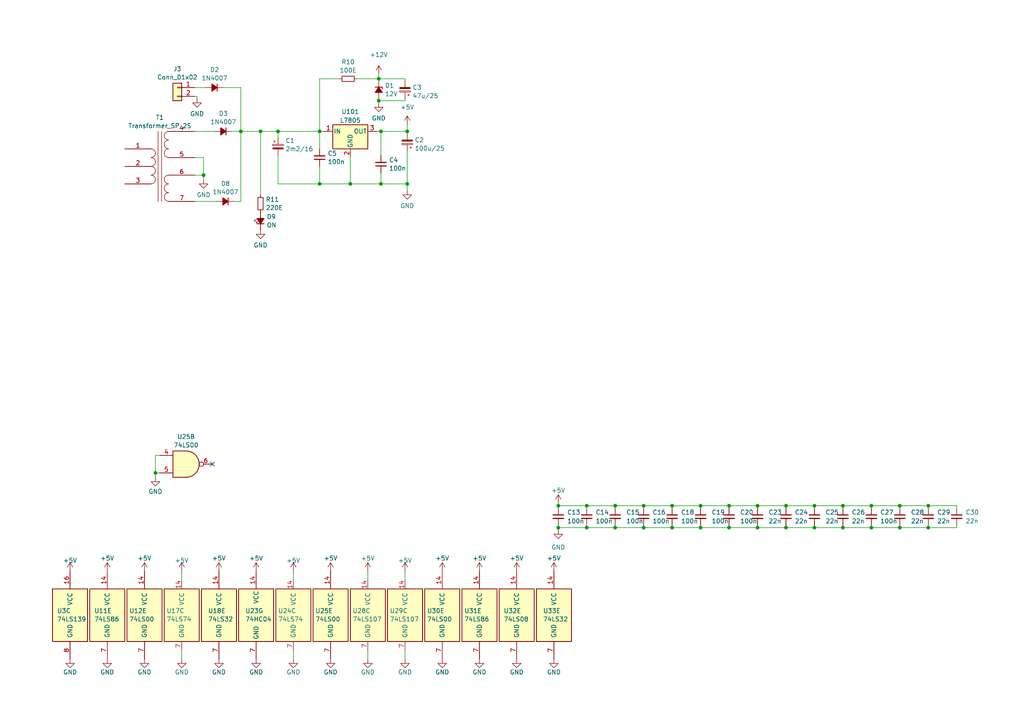
<source format=kicad_sch>
(kicad_sch (version 20231120) (generator "eeschema") (generator_version "8.0")
  (paper "A4")
  (title_block (title "EVA 86 (Epson Video Adapter)") (date "2024-10-12") (rev "v0.1") (company "100% Offner"))
  (lib_symbols
    (symbol "74xx:74HC04"
      (property "Reference" "U" (at 0 1.27 0))
      (property "Value" "74HC04" (at 0 -1.27 0))
      (symbol "74HC04_1_0"
        (pin input line (at -7.62 0 0) (length 3.81) (name "~") (number "1"))
        (pin output inverted (at 7.62 0 180) (length 3.81) (name "~") (number "2"))
      )
      (symbol "74HC04_2_0"
        (pin input line (at -7.62 0 0) (length 3.81) (name "~") (number "3"))
        (pin output inverted (at 7.62 0 180) (length 3.81) (name "~") (number "4"))
      )
      (symbol "74HC04_3_0"
        (pin input line (at -7.62 0 0) (length 3.81) (name "~") (number "5"))
        (pin output inverted (at 7.62 0 180) (length 3.81) (name "~") (number "6"))
      )
      (symbol "74HC04_4_0"
        (pin output inverted (at 7.62 0 180) (length 3.81) (name "~") (number "8"))
        (pin input line (at -7.62 0 0) (length 3.81) (name "~") (number "9"))
      )
      (symbol "74HC04_5_0"
        (pin output inverted (at 7.62 0 180) (length 3.81) (name "~") (number "10"))
        (pin input line (at -7.62 0 0) (length 3.81) (name "~") (number "11"))
      )
      (symbol "74HC04_6_0"
        (pin output inverted (at 7.62 0 180) (length 3.81) (name "~") (number "12"))
        (pin input line (at -7.62 0 0) (length 3.81) (name "~") (number "13"))
      )
      (symbol "74HC04_7_0"
        (pin power_in line (at 0 12.7 270) (length 5.08) (name "VCC") (number "14"))
        (pin power_in line (at 0 -12.7 90) (length 5.08) (name "GND") (number "7"))
      )
    )
    (symbol "74xx:74LS00" (pin_names (offset 1.016))
      (property "Reference" "U" (at 0 1.27 0))
      (property "Value" "74LS00" (at 0 -1.27 0))
      (symbol "74LS00_1_1"
        (pin input line (at -7.62 2.54 0) (length 3.81) (name "~") (number "1"))
        (pin input line (at -7.62 -2.54 0) (length 3.81) (name "~") (number "2"))
        (pin output inverted (at 7.62 0 180) (length 3.81) (name "~") (number "3"))
      )
      (symbol "74LS00_1_2"
        (pin input inverted (at -7.62 2.54 0) (length 4.318) (name "~") (number "1"))
        (pin input inverted (at -7.62 -2.54 0) (length 4.318) (name "~") (number "2"))
        (pin output line (at 7.62 0 180) (length 3.81) (name "~") (number "3"))
      )
      (symbol "74LS00_2_1"
        (pin input line (at -7.62 2.54 0) (length 3.81) (name "~") (number "4"))
        (pin input line (at -7.62 -2.54 0) (length 3.81) (name "~") (number "5"))
        (pin output inverted (at 7.62 0 180) (length 3.81) (name "~") (number "6"))
      )
      (symbol "74LS00_2_2"
        (pin input inverted (at -7.62 2.54 0) (length 4.318) (name "~") (number "4"))
        (pin input inverted (at -7.62 -2.54 0) (length 4.318) (name "~") (number "5"))
        (pin output line (at 7.62 0 180) (length 3.81) (name "~") (number "6"))
      )
      (symbol "74LS00_3_1"
        (pin input line (at -7.62 -2.54 0) (length 3.81) (name "~") (number "10"))
        (pin output inverted (at 7.62 0 180) (length 3.81) (name "~") (number "8"))
        (pin input line (at -7.62 2.54 0) (length 3.81) (name "~") (number "9"))
      )
      (symbol "74LS00_3_2"
        (pin input inverted (at -7.62 -2.54 0) (length 4.318) (name "~") (number "10"))
        (pin output line (at 7.62 0 180) (length 3.81) (name "~") (number "8"))
        (pin input inverted (at -7.62 2.54 0) (length 4.318) (name "~") (number "9"))
      )
      (symbol "74LS00_4_1"
        (pin output inverted (at 7.62 0 180) (length 3.81) (name "~") (number "11"))
        (pin input line (at -7.62 2.54 0) (length 3.81) (name "~") (number "12"))
        (pin input line (at -7.62 -2.54 0) (length 3.81) (name "~") (number "13"))
      )
      (symbol "74LS00_4_2"
        (pin output line (at 7.62 0 180) (length 3.81) (name "~") (number "11"))
        (pin input inverted (at -7.62 2.54 0) (length 4.318) (name "~") (number "12"))
        (pin input inverted (at -7.62 -2.54 0) (length 4.318) (name "~") (number "13"))
      )
      (symbol "74LS00_5_0"
        (pin power_in line (at 0 12.7 270) (length 5.08) (name "VCC") (number "14"))
        (pin power_in line (at 0 -12.7 90) (length 5.08) (name "GND") (number "7"))
      )
    )
    (symbol "74xx:74LS08" (pin_names (offset 1.016))
      (property "Reference" "U" (at 0 1.27 0))
      (property "Value" "74LS08" (at 0 -1.27 0))
      (symbol "74LS08_1_1"
        (pin input line (at -7.62 2.54 0) (length 3.81) (name "~") (number "1"))
        (pin input line (at -7.62 -2.54 0) (length 3.81) (name "~") (number "2"))
        (pin output line (at 7.62 0 180) (length 3.81) (name "~") (number "3"))
      )
      (symbol "74LS08_1_2"
        (pin input inverted (at -7.62 2.54 0) (length 4.318) (name "~") (number "1"))
        (pin input inverted (at -7.62 -2.54 0) (length 4.318) (name "~") (number "2"))
        (pin output inverted (at 7.62 0 180) (length 3.81) (name "~") (number "3"))
      )
      (symbol "74LS08_2_1"
        (pin input line (at -7.62 2.54 0) (length 3.81) (name "~") (number "4"))
        (pin input line (at -7.62 -2.54 0) (length 3.81) (name "~") (number "5"))
        (pin output line (at 7.62 0 180) (length 3.81) (name "~") (number "6"))
      )
      (symbol "74LS08_2_2"
        (pin input inverted (at -7.62 2.54 0) (length 4.318) (name "~") (number "4"))
        (pin input inverted (at -7.62 -2.54 0) (length 4.318) (name "~") (number "5"))
        (pin output inverted (at 7.62 0 180) (length 3.81) (name "~") (number "6"))
      )
      (symbol "74LS08_3_1"
        (pin input line (at -7.62 -2.54 0) (length 3.81) (name "~") (number "10"))
        (pin output line (at 7.62 0 180) (length 3.81) (name "~") (number "8"))
        (pin input line (at -7.62 2.54 0) (length 3.81) (name "~") (number "9"))
      )
      (symbol "74LS08_3_2"
        (pin input inverted (at -7.62 -2.54 0) (length 4.318) (name "~") (number "10"))
        (pin output inverted (at 7.62 0 180) (length 3.81) (name "~") (number "8"))
        (pin input inverted (at -7.62 2.54 0) (length 4.318) (name "~") (number "9"))
      )
      (symbol "74LS08_4_1"
        (pin output line (at 7.62 0 180) (length 3.81) (name "~") (number "11"))
        (pin input line (at -7.62 2.54 0) (length 3.81) (name "~") (number "12"))
        (pin input line (at -7.62 -2.54 0) (length 3.81) (name "~") (number "13"))
      )
      (symbol "74LS08_4_2"
        (pin output inverted (at 7.62 0 180) (length 3.81) (name "~") (number "11"))
        (pin input inverted (at -7.62 2.54 0) (length 4.318) (name "~") (number "12"))
        (pin input inverted (at -7.62 -2.54 0) (length 4.318) (name "~") (number "13"))
      )
      (symbol "74LS08_5_0"
        (pin power_in line (at 0 12.7 270) (length 5.08) (name "VCC") (number "14"))
        (pin power_in line (at 0 -12.7 90) (length 5.08) (name "GND") (number "7"))
      )
    )
    (symbol "74xx:74LS107" (pin_names (offset 1.016))
      (property "Reference" "U" (at -7.62 8.89 0))
      (property "Value" "74LS107" (at -7.62 -8.89 0))
      (symbol "74LS107_1_0"
        (pin input line (at -7.62 2.54 0) (length 2.54) (name "J") (number "1"))
        (pin input clock (at -7.62 0 0) (length 2.54) (name "C") (number "12"))
        (pin input line (at 0 -7.62 90) (length 2.54) (name "~{R}") (number "13"))
        (pin output line (at 7.62 -2.54 180) (length 2.54) (name "~{Q}") (number "2"))
        (pin output line (at 7.62 2.54 180) (length 2.54) (name "Q") (number "3"))
        (pin input line (at -7.62 -2.54 0) (length 2.54) (name "K") (number "4"))
      )
      (symbol "74LS107_2_0"
        (pin input line (at 0 -7.62 90) (length 2.54) (name "~{R}") (number "10"))
        (pin input line (at -7.62 -2.54 0) (length 2.54) (name "K") (number "11"))
        (pin output line (at 7.62 2.54 180) (length 2.54) (name "Q") (number "5"))
        (pin output line (at 7.62 -2.54 180) (length 2.54) (name "~{Q}") (number "6"))
        (pin input line (at -7.62 2.54 0) (length 2.54) (name "J") (number "8"))
        (pin input clock (at -7.62 0 0) (length 2.54) (name "C") (number "9"))
      )
      (symbol "74LS107_3_0"
        (pin power_in line (at 0 10.16 270) (length 2.54) (name "VCC") (number "14"))
        (pin power_in line (at 0 -10.16 90) (length 2.54) (name "GND") (number "7"))
      )
    )
    (symbol "74xx:74LS139" (pin_names (offset 1.016))
      (property "Reference" "U" (at -7.62 8.89 0))
      (property "Value" "74LS139" (at -7.62 -8.89 0))
      (symbol "74LS139_1_0"
        (pin input inverted (at -12.7 -5.08 0) (length 5.08) (name "E") (number "1"))
        (pin input line (at -12.7 0 0) (length 5.08) (name "A0") (number "2"))
        (pin input line (at -12.7 2.54 0) (length 5.08) (name "A1") (number "3"))
        (pin output inverted (at 12.7 2.54 180) (length 5.08) (name "O0") (number "4"))
        (pin output inverted (at 12.7 0 180) (length 5.08) (name "O1") (number "5"))
        (pin output inverted (at 12.7 -2.54 180) (length 5.08) (name "O2") (number "6"))
        (pin output inverted (at 12.7 -5.08 180) (length 5.08) (name "O3") (number "7"))
      )
      (symbol "74LS139_2_0"
        (pin output inverted (at 12.7 -2.54 180) (length 5.08) (name "O2") (number "10"))
        (pin output inverted (at 12.7 0 180) (length 5.08) (name "O1") (number "11"))
        (pin output inverted (at 12.7 2.54 180) (length 5.08) (name "O0") (number "12"))
        (pin input line (at -12.7 2.54 0) (length 5.08) (name "A1") (number "13"))
        (pin input line (at -12.7 0 0) (length 5.08) (name "A0") (number "14"))
        (pin input inverted (at -12.7 -5.08 0) (length 5.08) (name "E") (number "15"))
        (pin output inverted (at 12.7 -5.08 180) (length 5.08) (name "O3") (number "9"))
      )
      (symbol "74LS139_3_0"
        (pin power_in line (at 0 12.7 270) (length 5.08) (name "VCC") (number "16"))
        (pin power_in line (at 0 -12.7 90) (length 5.08) (name "GND") (number "8"))
      )
    )
    (symbol "74xx:74LS32" (pin_names (offset 1.016))
      (property "Reference" "U" (at 0 1.27 0))
      (property "Value" "74LS32" (at 0 -1.27 0))
      (symbol "74LS32_1_1"
        (pin input line (at -7.62 2.54 0) (length 4.318) (name "~") (number "1"))
        (pin input line (at -7.62 -2.54 0) (length 4.318) (name "~") (number "2"))
        (pin output line (at 7.62 0 180) (length 3.81) (name "~") (number "3"))
      )
      (symbol "74LS32_1_2"
        (pin input inverted (at -7.62 2.54 0) (length 3.81) (name "~") (number "1"))
        (pin input inverted (at -7.62 -2.54 0) (length 3.81) (name "~") (number "2"))
        (pin output inverted (at 7.62 0 180) (length 3.81) (name "~") (number "3"))
      )
      (symbol "74LS32_2_1"
        (pin input line (at -7.62 2.54 0) (length 4.318) (name "~") (number "4"))
        (pin input line (at -7.62 -2.54 0) (length 4.318) (name "~") (number "5"))
        (pin output line (at 7.62 0 180) (length 3.81) (name "~") (number "6"))
      )
      (symbol "74LS32_2_2"
        (pin input inverted (at -7.62 2.54 0) (length 3.81) (name "~") (number "4"))
        (pin input inverted (at -7.62 -2.54 0) (length 3.81) (name "~") (number "5"))
        (pin output inverted (at 7.62 0 180) (length 3.81) (name "~") (number "6"))
      )
      (symbol "74LS32_3_1"
        (pin input line (at -7.62 -2.54 0) (length 4.318) (name "~") (number "10"))
        (pin output line (at 7.62 0 180) (length 3.81) (name "~") (number "8"))
        (pin input line (at -7.62 2.54 0) (length 4.318) (name "~") (number "9"))
      )
      (symbol "74LS32_3_2"
        (pin input inverted (at -7.62 -2.54 0) (length 3.81) (name "~") (number "10"))
        (pin output inverted (at 7.62 0 180) (length 3.81) (name "~") (number "8"))
        (pin input inverted (at -7.62 2.54 0) (length 3.81) (name "~") (number "9"))
      )
      (symbol "74LS32_4_1"
        (pin output line (at 7.62 0 180) (length 3.81) (name "~") (number "11"))
        (pin input line (at -7.62 2.54 0) (length 4.318) (name "~") (number "12"))
        (pin input line (at -7.62 -2.54 0) (length 4.318) (name "~") (number "13"))
      )
      (symbol "74LS32_4_2"
        (pin output inverted (at 7.62 0 180) (length 3.81) (name "~") (number "11"))
        (pin input inverted (at -7.62 2.54 0) (length 3.81) (name "~") (number "12"))
        (pin input inverted (at -7.62 -2.54 0) (length 3.81) (name "~") (number "13"))
      )
      (symbol "74LS32_5_0"
        (pin power_in line (at 0 12.7 270) (length 5.08) (name "VCC") (number "14"))
        (pin power_in line (at 0 -12.7 90) (length 5.08) (name "GND") (number "7"))
      )
    )
    (symbol "74xx:74LS74" (pin_names (offset 1.016))
      (property "Reference" "U" (at -7.62 8.89 0))
      (property "Value" "74LS74" (at -7.62 -8.89 0))
      (symbol "74LS74_1_0"
        (pin input line (at 0 -7.62 90) (length 2.54) (name "~{R}") (number "1"))
        (pin input line (at -7.62 2.54 0) (length 2.54) (name "D") (number "2"))
        (pin input clock (at -7.62 0 0) (length 2.54) (name "C") (number "3"))
        (pin input line (at 0 7.62 270) (length 2.54) (name "~{S}") (number "4"))
        (pin output line (at 7.62 2.54 180) (length 2.54) (name "Q") (number "5"))
        (pin output line (at 7.62 -2.54 180) (length 2.54) (name "~{Q}") (number "6"))
      )
      (symbol "74LS74_2_0"
        (pin input line (at 0 7.62 270) (length 2.54) (name "~{S}") (number "10"))
        (pin input clock (at -7.62 0 0) (length 2.54) (name "C") (number "11"))
        (pin input line (at -7.62 2.54 0) (length 2.54) (name "D") (number "12"))
        (pin input line (at 0 -7.62 90) (length 2.54) (name "~{R}") (number "13"))
        (pin output line (at 7.62 -2.54 180) (length 2.54) (name "~{Q}") (number "8"))
        (pin output line (at 7.62 2.54 180) (length 2.54) (name "Q") (number "9"))
      )
      (symbol "74LS74_3_0"
        (pin power_in line (at 0 10.16 270) (length 2.54) (name "VCC") (number "14"))
        (pin power_in line (at 0 -10.16 90) (length 2.54) (name "GND") (number "7"))
      )
    )
    (symbol "74xx:74LS86" (pin_names (offset 1.016))
      (property "Reference" "U" (at 0 1.27 0))
      (property "Value" "74LS86" (at 0 -1.27 0))
      (symbol "74LS86_1_0"
        (pin input line (at -7.62 2.54 0) (length 4.445) (name "~") (number "1"))
        (pin input line (at -7.62 -2.54 0) (length 4.445) (name "~") (number "2"))
        (pin output line (at 7.62 0 180) (length 3.81) (name "~") (number "3"))
      )
      (symbol "74LS86_2_0"
        (pin input line (at -7.62 2.54 0) (length 4.445) (name "~") (number "4"))
        (pin input line (at -7.62 -2.54 0) (length 4.445) (name "~") (number "5"))
        (pin output line (at 7.62 0 180) (length 3.81) (name "~") (number "6"))
      )
      (symbol "74LS86_3_0"
        (pin input line (at -7.62 -2.54 0) (length 4.445) (name "~") (number "10"))
        (pin output line (at 7.62 0 180) (length 3.81) (name "~") (number "8"))
        (pin input line (at -7.62 2.54 0) (length 4.445) (name "~") (number "9"))
      )
      (symbol "74LS86_4_0"
        (pin output line (at 7.62 0 180) (length 3.81) (name "~") (number "11"))
        (pin input line (at -7.62 2.54 0) (length 4.445) (name "~") (number "12"))
        (pin input line (at -7.62 -2.54 0) (length 4.445) (name "~") (number "13"))
      )
      (symbol "74LS86_5_0"
        (pin power_in line (at 0 12.7 270) (length 5.08) (name "VCC") (number "14"))
        (pin power_in line (at 0 -12.7 90) (length 5.08) (name "GND") (number "7"))
      )
    )
    (symbol "Connector_Generic:Conn_01x02" (pin_names (offset 1.016) hide)
      (property "Reference" "J" (at 0 2.54 0))
      (property "Value" "Conn_01x02" (at 0 -5.08 0))
      (symbol "Conn_01x02_1_1"
        (pin passive line (at -5.08 0 0) (length 3.81) (name "Pin_1") (number "1"))
        (pin passive line (at -5.08 -2.54 0) (length 3.81) (name "Pin_2") (number "2"))
      )
    )
    (symbol "Device:C_Polarized_Small" (pin_numbers hide) (pin_names (offset 0.254) hide)
      (property "Reference" "C" (at 0.254 1.778 0))
      (property "Value" "C_Polarized_Small" (at 0.254 -2.032 0))
      (symbol "C_Polarized_Small_1_1"
        (pin passive line (at 0 2.54 270) (length 1.8542) (name "~") (number "1"))
        (pin passive line (at 0 -2.54 90) (length 1.8542) (name "~") (number "2"))
      )
    )
    (symbol "Device:C_Small" (pin_numbers hide) (pin_names (offset 0.254) hide)
      (property "Reference" "C" (at 0.254 1.778 0))
      (property "Value" "C_Small" (at 0.254 -2.032 0))
      (symbol "C_Small_1_1"
        (pin passive line (at 0 2.54 270) (length 2.032) (name "~") (number "1"))
        (pin passive line (at 0 -2.54 90) (length 2.032) (name "~") (number "2"))
      )
    )
    (symbol "Device:D_Small_Filled" (pin_numbers hide) (pin_names (offset 0.254) hide)
      (property "Reference" "D" (at -1.27 2.032 0))
      (property "Value" "D_Small_Filled" (at -3.81 -2.032 0))
      (symbol "D_Small_Filled_1_1"
        (pin passive line (at -2.54 0 0) (length 1.778) (name "K") (number "1"))
        (pin passive line (at 2.54 0 180) (length 1.778) (name "A") (number "2"))
      )
    )
    (symbol "Device:D_Zener_Small_Filled" (pin_numbers hide) (pin_names (offset 0.254) hide)
      (property "Reference" "D" (at 0 2.286 0))
      (property "Value" "D_Zener_Small_Filled" (at 0 -2.286 0))
      (symbol "D_Zener_Small_Filled_1_1"
        (pin passive line (at -2.54 0 0) (length 1.778) (name "K") (number "1"))
        (pin passive line (at 2.54 0 180) (length 1.778) (name "A") (number "2"))
      )
    )
    (symbol "Device:LED_Small_Filled" (pin_numbers hide) (pin_names (offset 0.254) hide)
      (property "Reference" "D" (at -1.27 3.175 0))
      (property "Value" "LED_Small_Filled" (at -4.445 -2.54 0))
      (symbol "LED_Small_Filled_1_1"
        (pin passive line (at -2.54 0 0) (length 1.778) (name "K") (number "1"))
        (pin passive line (at 2.54 0 180) (length 1.778) (name "A") (number "2"))
      )
    )
    (symbol "Device:R_Small" (pin_numbers hide) (pin_names (offset 0.254) hide)
      (property "Reference" "R" (at 0.762 0.508 0))
      (property "Value" "R_Small" (at 0.762 -1.016 0))
      (symbol "R_Small_1_1"
        (pin passive line (at 0 2.54 270) (length 0.762) (name "~") (number "1"))
        (pin passive line (at 0 -2.54 90) (length 0.762) (name "~") (number "2"))
      )
    )
    (symbol "Device:Transformer_SP_2S" (pin_names (offset 1.016) hide)
      (property "Reference" "T" (at 0 12.7 0))
      (property "Value" "Transformer_SP_2S" (at 0 -12.7 0))
      (symbol "Transformer_SP_2S_1_1"
        (pin passive line (at -10.16 5.08 0) (length 7.62) (name "IN+") (number "1"))
        (pin passive line (at -10.16 0 0) (length 7.62) (name "PM") (number "2"))
        (pin passive line (at -10.16 -5.08 0) (length 7.62) (name "IN-") (number "3"))
        (pin passive line (at 10.16 10.16 180) (length 7.62) (name "OUT1A") (number "4"))
        (pin passive line (at 10.16 2.54 180) (length 7.62) (name "OUT1B") (number "5"))
        (pin passive line (at 10.16 -2.54 180) (length 7.62) (name "OUT2A") (number "6"))
        (pin passive line (at 10.16 -10.16 180) (length 7.62) (name "OUT2B") (number "7"))
      )
    )
    (symbol "GND_1" (power) (pin_names (offset 0))
      (property "Value" "GND_1" (at 0 -3.81 0))
      (symbol "GND_1_1_1"
        (pin power_in line (at 0 0 270) (length 0) hide (name "GND") (number "1"))
      )
    )
    (symbol "Regulator_Linear:L7805" (pin_names (offset 0.254))
      (property "Reference" "U" (at -3.81 3.175 0))
      (property "Value" "L7805" (at 0 3.175 0))
      (symbol "L7805_1_1"
        (pin power_in line (at -7.62 0 0) (length 2.54) (name "IN") (number "1"))
        (pin power_in line (at 0 -7.62 90) (length 2.54) (name "GND") (number "2"))
        (pin power_out line (at 7.62 0 180) (length 2.54) (name "OUT") (number "3"))
      )
    )
    (symbol "power:+12V" (power) (pin_names (offset 0))
      (property "Value" "+12V" (at 0 3.556 0))
      (symbol "+12V_1_1"
        (pin power_in line (at 0 0 90) (length 0) hide (name "+12V") (number "1"))
      )
    )
    (symbol "power:+5V" (power) (pin_names (offset 0))
      (property "Value" "+5V" (at 0 3.556 0))
      (symbol "+5V_1_1"
        (pin power_in line (at 0 0 90) (length 0) hide (name "+5V") (number "1"))
      )
    )
    (symbol "power:GND" (power) (pin_names (offset 0))
      (property "Value" "GND" (at 0 -3.81 0))
      (symbol "GND_1_1"
        (pin power_in line (at 0 0 270) (length 0) hide (name "GND") (number "1"))
      )
    )
  )
  (junction (at 45.085 137.16))
  (junction (at 252.73 153.035))
  (junction (at 178.435 146.685))
  (junction (at 260.985 146.685))
  (junction (at 203.2 153.035))
  (junction (at 92.71 38.1))
  (junction (at 211.455 146.685))
  (junction (at 109.855 22.86))
  (junction (at 178.435 153.035))
  (junction (at 170.18 153.035))
  (junction (at 110.49 38.1))
  (junction (at 260.985 153.035))
  (junction (at 269.24 153.035))
  (junction (at 203.2 146.685))
  (junction (at 186.69 153.035))
  (junction (at 244.475 153.035))
  (junction (at 59.055 50.8))
  (junction (at 80.645 38.1))
  (junction (at 219.71 153.035))
  (junction (at 186.69 146.685))
  (junction (at 194.945 146.685))
  (junction (at 110.49 53.34))
  (junction (at 109.855 29.21))
  (junction (at 211.455 153.035))
  (junction (at 244.475 146.685))
  (junction (at 219.71 146.685))
  (junction (at 269.24 146.685))
  (junction (at 227.965 146.685))
  (junction (at 236.22 153.035))
  (junction (at 69.85 38.1))
  (junction (at 236.22 146.685))
  (junction (at 92.71 53.34))
  (junction (at 118.11 53.34))
  (junction (at 118.11 38.1))
  (junction (at 161.925 153.035))
  (junction (at 75.565 38.1))
  (junction (at 227.965 153.035))
  (junction (at 161.925 146.685))
  (junction (at 252.73 146.685))
  (junction (at 170.18 146.685))
  (junction (at 101.6 53.34))
  (junction (at 194.945 153.035))
  (no_connect (at 61.595 134.62))
  (wire (pts (xy 269.24 152.4) (xy 269.24 153.035)))
  (wire (pts (xy 118.11 38.1) (xy 118.11 38.735)))
  (wire (pts (xy 64.77 25.4) (xy 69.85 25.4)))
  (wire (pts (xy 69.85 25.4) (xy 69.85 38.1)))
  (wire (pts (xy 117.475 23.495) (xy 117.475 22.86)))
  (wire (pts (xy 56.515 25.4) (xy 59.69 25.4)))
  (wire (pts (xy 178.435 146.685) (xy 186.69 146.685)))
  (wire (pts (xy 161.925 153.035) (xy 161.925 152.4)))
  (wire (pts (xy 69.85 58.42) (xy 67.945 58.42)))
  (wire (pts (xy 109.855 29.845) (xy 109.855 29.21)))
  (wire (pts (xy 92.71 38.1) (xy 92.71 43.18)))
  (wire (pts (xy 178.435 153.035) (xy 170.18 153.035)))
  (wire (pts (xy 211.455 152.4) (xy 211.455 153.035)))
  (wire (pts (xy 69.85 38.1) (xy 69.85 58.42)))
  (wire (pts (xy 103.505 22.86) (xy 109.855 22.86)))
  (wire (pts (xy 101.6 53.34) (xy 101.6 45.72)))
  (wire (pts (xy 118.11 36.195) (xy 118.11 38.1)))
  (wire (pts (xy 161.925 146.685) (xy 170.18 146.685)))
  (wire (pts (xy 45.085 137.16) (xy 45.085 138.43)))
  (wire (pts (xy 269.24 146.685) (xy 277.495 146.685)))
  (wire (pts (xy 227.965 146.685) (xy 227.965 147.32)))
  (wire (pts (xy 109.22 38.1) (xy 110.49 38.1)))
  (wire (pts (xy 203.2 146.685) (xy 211.455 146.685)))
  (wire (pts (xy 194.945 146.685) (xy 203.2 146.685)))
  (wire (pts (xy 252.73 146.685) (xy 260.985 146.685)))
  (wire (pts (xy 109.855 21.59) (xy 109.855 22.86)))
  (wire (pts (xy 52.705 188.595) (xy 52.705 191.135)))
  (wire (pts (xy 118.11 53.34) (xy 118.11 43.815)))
  (wire (pts (xy 118.11 55.245) (xy 118.11 53.34)))
  (wire (pts (xy 92.71 22.86) (xy 92.71 38.1)))
  (wire (pts (xy 219.71 153.035) (xy 211.455 153.035)))
  (wire (pts (xy 227.965 153.035) (xy 219.71 153.035)))
  (wire (pts (xy 56.515 50.8) (xy 59.055 50.8)))
  (wire (pts (xy 161.925 146.685) (xy 161.925 147.32)))
  (wire (pts (xy 227.965 146.685) (xy 236.22 146.685)))
  (wire (pts (xy 277.495 153.035) (xy 269.24 153.035)))
  (wire (pts (xy 277.495 152.4) (xy 277.495 153.035)))
  (wire (pts (xy 194.945 146.685) (xy 194.945 147.32)))
  (wire (pts (xy 236.22 146.685) (xy 244.475 146.685)))
  (wire (pts (xy 80.645 53.34) (xy 92.71 53.34)))
  (wire (pts (xy 277.495 146.685) (xy 277.495 147.32)))
  (wire (pts (xy 59.055 45.72) (xy 56.515 45.72)))
  (wire (pts (xy 59.055 52.07) (xy 59.055 50.8)))
  (wire (pts (xy 80.645 38.1) (xy 80.645 40.005)))
  (wire (pts (xy 85.09 165.735) (xy 85.09 168.275)))
  (wire (pts (xy 75.565 56.515) (xy 75.565 38.1)))
  (wire (pts (xy 211.455 146.685) (xy 219.71 146.685)))
  (wire (pts (xy 260.985 153.035) (xy 252.73 153.035)))
  (wire (pts (xy 117.475 29.21) (xy 117.475 28.575)))
  (wire (pts (xy 62.865 58.42) (xy 56.515 58.42)))
  (wire (pts (xy 92.71 53.34) (xy 101.6 53.34)))
  (wire (pts (xy 106.68 165.735) (xy 106.68 168.275)))
  (wire (pts (xy 194.945 152.4) (xy 194.945 153.035)))
  (wire (pts (xy 109.855 29.21) (xy 109.855 28.575)))
  (wire (pts (xy 62.23 38.1) (xy 56.515 38.1)))
  (wire (pts (xy 67.31 38.1) (xy 69.85 38.1)))
  (wire (pts (xy 269.24 153.035) (xy 260.985 153.035)))
  (wire (pts (xy 110.49 38.1) (xy 110.49 45.085)))
  (wire (pts (xy 219.71 146.685) (xy 219.71 147.32)))
  (wire (pts (xy 101.6 53.34) (xy 110.49 53.34)))
  (wire (pts (xy 92.71 48.26) (xy 92.71 53.34)))
  (wire (pts (xy 98.425 22.86) (xy 92.71 22.86)))
  (wire (pts (xy 80.645 45.085) (xy 80.645 53.34)))
  (wire (pts (xy 110.49 50.165) (xy 110.49 53.34)))
  (wire (pts (xy 46.355 132.08) (xy 45.085 132.08)))
  (wire (pts (xy 178.435 152.4) (xy 178.435 153.035)))
  (wire (pts (xy 110.49 53.34) (xy 118.11 53.34)))
  (wire (pts (xy 117.475 22.86) (xy 109.855 22.86)))
  (wire (pts (xy 203.2 146.685) (xy 203.2 147.32)))
  (wire (pts (xy 244.475 153.035) (xy 236.22 153.035)))
  (wire (pts (xy 203.2 152.4) (xy 203.2 153.035)))
  (wire (pts (xy 80.645 38.1) (xy 92.71 38.1)))
  (wire (pts (xy 244.475 146.685) (xy 244.475 147.32)))
  (wire (pts (xy 252.73 152.4) (xy 252.73 153.035)))
  (wire (pts (xy 117.475 165.735) (xy 117.475 168.275)))
  (wire (pts (xy 45.085 132.08) (xy 45.085 137.16)))
  (wire (pts (xy 106.68 188.595) (xy 106.68 191.135)))
  (wire (pts (xy 110.49 38.1) (xy 118.11 38.1)))
  (wire (pts (xy 186.69 146.685) (xy 194.945 146.685)))
  (wire (pts (xy 244.475 146.685) (xy 252.73 146.685)))
  (wire (pts (xy 194.945 153.035) (xy 186.69 153.035)))
  (wire (pts (xy 186.69 146.685) (xy 186.69 147.32)))
  (wire (pts (xy 211.455 146.685) (xy 211.455 147.32)))
  (wire (pts (xy 178.435 146.685) (xy 178.435 147.32)))
  (wire (pts (xy 57.15 28.575) (xy 57.15 27.94)))
  (wire (pts (xy 186.69 153.035) (xy 178.435 153.035)))
  (wire (pts (xy 244.475 152.4) (xy 244.475 153.035)))
  (wire (pts (xy 269.24 146.685) (xy 269.24 147.32)))
  (wire (pts (xy 260.985 146.685) (xy 260.985 147.32)))
  (wire (pts (xy 170.18 153.035) (xy 170.18 152.4)))
  (wire (pts (xy 109.855 29.21) (xy 117.475 29.21)))
  (wire (pts (xy 170.18 146.685) (xy 170.18 147.32)))
  (wire (pts (xy 117.475 188.595) (xy 117.475 191.135)))
  (wire (pts (xy 236.22 153.035) (xy 227.965 153.035)))
  (wire (pts (xy 161.925 146.05) (xy 161.925 146.685)))
  (wire (pts (xy 260.985 146.685) (xy 269.24 146.685)))
  (wire (pts (xy 57.15 27.94) (xy 56.515 27.94)))
  (wire (pts (xy 186.69 152.4) (xy 186.69 153.035)))
  (wire (pts (xy 161.925 153.67) (xy 161.925 153.035)))
  (wire (pts (xy 59.055 50.8) (xy 59.055 45.72)))
  (wire (pts (xy 211.455 153.035) (xy 203.2 153.035)))
  (wire (pts (xy 92.71 38.1) (xy 93.98 38.1)))
  (wire (pts (xy 52.705 165.735) (xy 52.705 168.275)))
  (wire (pts (xy 85.09 188.595) (xy 85.09 191.135)))
  (wire (pts (xy 45.085 137.16) (xy 46.355 137.16)))
  (wire (pts (xy 252.73 146.685) (xy 252.73 147.32)))
  (wire (pts (xy 203.2 153.035) (xy 194.945 153.035)))
  (wire (pts (xy 236.22 146.685) (xy 236.22 147.32)))
  (wire (pts (xy 170.18 146.685) (xy 178.435 146.685)))
  (wire (pts (xy 69.85 38.1) (xy 75.565 38.1)))
  (wire (pts (xy 227.965 152.4) (xy 227.965 153.035)))
  (wire (pts (xy 252.73 153.035) (xy 244.475 153.035)))
  (wire (pts (xy 260.985 152.4) (xy 260.985 153.035)))
  (wire (pts (xy 219.71 152.4) (xy 219.71 153.035)))
  (wire (pts (xy 170.18 153.035) (xy 161.925 153.035)))
  (wire (pts (xy 109.855 22.86) (xy 109.855 23.495)))
  (wire (pts (xy 236.22 152.4) (xy 236.22 153.035)))
  (wire (pts (xy 219.71 146.685) (xy 227.965 146.685)))
  (wire (pts (xy 75.565 38.1) (xy 80.645 38.1)))
  (symbol (lib_id "power:GND") (at 95.885 191.135 0) (unit 1)
    (property "Reference" "#PWR092" (effects (hide yes)))
    (property "Value" "GND" (at 95.885 194.945 0))
  )
  (symbol (lib_id "Device:C_Small") (at 252.73 149.86 0) (unit 1)
    (property "Reference" "C27" (at 255.27 148.5962 0) (effects (justify left)))
    (property "Value" "100n" (at 255.27 151.1362 0) (effects (justify left)))
    (property "Footprint" "Capacitor_THT:C_Disc_D4.7mm_W2.5mm_P5.00mm" (effects (hide yes)))
  )
  (symbol (lib_id "power:GND") (at 161.925 153.67 0) (unit 1)
    (property "Reference" "#PWR0129" (effects (hide yes)))
    (property "Value" "GND" (at 161.925 158.75 0))
  )
  (symbol (lib_id "Device:C_Small") (at 269.24 149.86 0) (unit 1)
    (property "Reference" "C29" (at 271.78 148.5962 0) (effects (justify left)))
    (property "Value" "22n" (at 271.78 151.1362 0) (effects (justify left)))
    (property "Footprint" "Capacitor_THT:C_Disc_D4.7mm_W2.5mm_P5.00mm" (effects (hide yes)))
  )
  (symbol (lib_id "power:+5V") (at 85.09 165.735 0) (unit 1)
    (property "Reference" "#PWR082" (effects (hide yes)))
    (property "Value" "+5V" (at 85.09 162.56 0))
  )
  (symbol (lib_id "power:GND") (at 128.27 191.135 0) (unit 1)
    (property "Reference" "#PWR095" (effects (hide yes)))
    (property "Value" "GND" (at 128.27 194.945 0))
  )
  (symbol (lib_id "power:+5V") (at 52.705 165.735 0) (unit 1)
    (property "Reference" "#PWR079" (effects (hide yes)))
    (property "Value" "+5V" (at 52.705 162.56 0))
  )
  (symbol (lib_id "Device:C_Small") (at 194.945 149.86 0) (unit 1)
    (property "Reference" "C18" (at 197.485 148.5962 0) (effects (justify left)))
    (property "Value" "100n" (at 197.485 151.1362 0) (effects (justify left)))
    (property "Footprint" "Capacitor_THT:C_Disc_D4.7mm_W2.5mm_P5.00mm" (effects (hide yes)))
  )
  (symbol (lib_id "74xx:74LS32") (at 63.5 178.435 0) (unit 5)
    (property "Reference" "U18" (at 60.325 177.165 0) (effects (justify left)))
    (property "Value" "74LS32" (at 60.325 179.5892 0) (effects (justify left)))
    (property "Footprint" "Package_DIP:DIP-14_W7.62mm_LongPads" (effects (hide yes)))
    (property "Datasheet" "http://www.ti.com/lit/gpn/sn74LS32" (effects (hide yes)))
  )
  (symbol (lib_id "74xx:74LS74") (at 52.705 178.435 0) (unit 3)
    (property "Reference" "U17" (at 48.26 177.165 0) (effects (justify left)))
    (property "Value" "74LS74" (at 48.26 179.5892 0) (effects (justify left)))
    (property "Footprint" "Package_DIP:DIP-14_W7.62mm_LongPads" (effects (hide yes)))
    (property "Datasheet" "74xx/74hc_hct74.pdf" (effects (hide yes)))
  )
  (symbol (lib_id "Device:C_Polarized_Small") (at 118.11 41.275 180) (unit 1)
    (property "Reference" "C2" (at 120.269 40.609 0) (effects (justify right)))
    (property "Value" "100u/25" (at 120.269 43.0332 0) (effects (justify right)))
  )
  (symbol (lib_id "Device:C_Small") (at 178.435 149.86 0) (unit 1)
    (property "Reference" "C15" (at 181.61 148.5962 0) (effects (justify left)))
    (property "Value" "100n" (at 181.61 151.1362 0) (effects (justify left)))
    (property "Footprint" "Capacitor_THT:C_Disc_D4.7mm_W2.5mm_P5.00mm" (effects (hide yes)))
  )
  (symbol (lib_id "power:GND") (at 31.115 191.135 0) (unit 1)
    (property "Reference" "#PWR0132" (effects (hide yes)))
    (property "Value" "GND" (at 31.115 194.945 0))
  )
  (symbol (lib_id "power:+5V") (at 128.27 165.735 0) (unit 1)
    (property "Reference" "#PWR086" (effects (hide yes)))
    (property "Value" "+5V" (at 128.27 161.925 0))
  )
  (symbol (lib_id "Device:Transformer_SP_2S") (at 46.355 48.26 0) (unit 1)
    (property "Reference" "T1" (at 46.355 34.0826 0))
    (property "Value" "Transformer_SP_2S" (at 46.355 36.5068 0))
  )
  (symbol (lib_id "Device:C_Small") (at 211.455 149.86 0) (unit 1)
    (property "Reference" "C20" (at 214.63 148.5962 0) (effects (justify left)))
    (property "Value" "100n" (at 214.63 151.13 0) (effects (justify left)))
    (property "Footprint" "Capacitor_THT:C_Disc_D4.7mm_W2.5mm_P5.00mm" (effects (hide yes)))
  )
  (symbol (lib_id "Device:C_Polarized_Small") (at 80.645 42.545 0) (unit 1)
    (property "Reference" "C1" (at 82.804 40.7868 0) (effects (justify left)))
    (property "Value" "2m2/16" (at 82.804 43.211 0) (effects (justify left)))
  )
  (symbol (lib_id "74xx:74LS86") (at 31.115 178.435 0) (unit 5)
    (property "Reference" "U11" (at 27.305 177.165 0) (effects (justify left)))
    (property "Value" "74LS86" (at 27.305 179.5892 0) (effects (justify left)))
    (property "Footprint" "Package_DIP:DIP-14_W7.62mm_LongPads" (effects (hide yes)))
    (property "Datasheet" "74xx/74ls86.pdf" (effects (hide yes)))
  )
  (symbol (lib_id "Device:C_Small") (at 161.925 149.86 0) (unit 1)
    (property "Reference" "C13" (at 164.465 148.5962 0) (effects (justify left)))
    (property "Value" "100n" (at 164.465 151.1362 0) (effects (justify left)))
    (property "Footprint" "Capacitor_THT:C_Disc_D4.7mm_W2.5mm_P5.00mm" (effects (hide yes)))
  )
  (symbol (lib_id "Device:C_Small") (at 92.71 45.72 180) (unit 1)
    (property "Reference" "C5" (at 95.0341 44.5015 0) (effects (justify right)))
    (property "Value" "100n" (at 95.0341 46.9257 0) (effects (justify right)))
    (property "Footprint" "Capacitor_THT:C_Disc_D4.7mm_W2.5mm_P5.00mm" (effects (hide yes)))
  )
  (symbol (lib_id "power:GND") (at 118.11 55.245 0) (unit 1)
    (property "Reference" "#PWR0127" (effects (hide yes)))
    (property "Value" "GND" (at 118.11 59.69 0))
  )
  (symbol (lib_id "Device:C_Small") (at 227.965 149.86 0) (unit 1)
    (property "Reference" "C24" (at 230.505 148.5962 0) (effects (justify left)))
    (property "Value" "22n" (at 230.505 151.1362 0) (effects (justify left)))
    (property "Footprint" "Capacitor_THT:C_Disc_D4.7mm_W2.5mm_P5.00mm" (effects (hide yes)))
  )
  (symbol (lib_id "74xx:74HC04") (at 74.295 178.435 0) (unit 7)
    (property "Reference" "U23" (at 71.12 177.165 0) (effects (justify left)))
    (property "Value" "74HC04" (at 71.12 179.5892 0) (effects (justify left)))
    (property "Footprint" "Package_DIP:DIP-14_W7.62mm_LongPads" (effects (hide yes)))
    (property "Datasheet" "https://assets.nexperia.com/documents/data-sheet/74HC_HCT04.pdf" (effects (hide yes)))
  )
  (symbol (lib_id "74xx:74LS32") (at 160.655 178.435 0) (unit 5)
    (property "Reference" "U33" (at 157.48 177.165 0) (effects (justify left)))
    (property "Value" "74LS32" (at 157.48 179.5892 0) (effects (justify left)))
    (property "Footprint" "Package_DIP:DIP-14_W7.62mm_LongPads" (effects (hide yes)))
    (property "Datasheet" "http://www.ti.com/lit/gpn/sn74LS32" (effects (hide yes)))
  )
  (symbol (lib_id "74xx:74LS107") (at 117.475 178.435 0) (unit 3)
    (property "Reference" "U29" (at 113.03 177.165 0) (effects (justify left)))
    (property "Value" "74LS107" (at 113.03 179.5892 0) (effects (justify left)))
    (property "Footprint" "Package_DIP:DIP-14_W7.62mm_LongPads" (effects (hide yes)))
    (property "Datasheet" "http://www.ti.com/lit/gpn/sn74LS107" (effects (hide yes)))
  )
  (symbol (lib_id "74xx:74LS00") (at 95.885 178.435 0) (unit 5)
    (property "Reference" "U25" (at 91.44 177.165 0) (effects (justify left)))
    (property "Value" "74LS00" (at 91.44 179.5892 0) (effects (justify left)))
    (property "Footprint" "Package_DIP:DIP-14_W7.62mm_LongPads" (effects (hide yes)))
    (property "Datasheet" "http://www.ti.com/lit/gpn/sn74ls00" (effects (hide yes)))
  )
  (symbol (lib_id "power:+5V") (at 63.5 165.735 0) (unit 1)
    (property "Reference" "#PWR080" (effects (hide yes)))
    (property "Value" "+5V" (at 63.5 161.925 0))
  )
  (symbol (lib_id "74xx:74LS139") (at 20.32 178.435 0) (unit 3)
    (property "Reference" "U3" (at 16.51 177.165 0) (effects (justify left)))
    (property "Value" "74LS139" (at 16.51 179.5892 0) (effects (justify left)))
    (property "Footprint" "Package_DIP:DIP-16_W7.62mm_LongPads" (effects (hide yes)))
    (property "Datasheet" "http://www.ti.com/lit/ds/symlink/sn74ls139a.pdf" (effects (hide yes)))
  )
  (symbol (lib_id "power:+5V") (at 160.655 165.735 0) (unit 1)
    (property "Reference" "#PWR0135" (effects (hide yes)))
    (property "Value" "+5V" (at 160.655 161.925 0))
  )
  (symbol (lib_id "power:+5V") (at 41.91 165.735 0) (unit 1)
    (property "Reference" "#PWR0130" (effects (hide yes)))
    (property "Value" "+5V" (at 41.91 161.925 0))
  )
  (symbol (lib_id "power:GND") (at 74.295 191.135 0) (unit 1)
    (property "Reference" "#PWR090" (effects (hide yes)))
    (property "Value" "GND" (at 74.295 194.945 0))
  )
  (symbol (lib_id "Device:C_Small") (at 219.71 149.86 0) (unit 1)
    (property "Reference" "C23" (at 222.885 148.5962 0) (effects (justify left)))
    (property "Value" "22n" (at 222.885 151.1362 0) (effects (justify left)))
    (property "Footprint" "Capacitor_THT:C_Disc_D4.7mm_W2.5mm_P5.00mm" (effects (hide yes)))
  )
  (symbol (lib_id "Device:D_Small_Filled") (at 64.77 38.1 0) (mirror y) (unit 1)
    (property "Reference" "D3" (at 64.77 32.9397 0))
    (property "Value" "1N4007" (at 64.77 35.3639 0))
    (property "Sim.Device" "D" (effects (hide yes)))
    (property "Sim.Pins" "1=K 2=A" (effects (hide yes)))
  )
  (symbol (lib_id "power:GND") (at 57.15 28.575 0) (unit 1)
    (property "Reference" "#PWR019" (effects (hide yes)))
    (property "Value" "GND" (at 57.15 33.02 0))
  )
  (symbol (lib_id "power:GND") (at 149.86 191.135 0) (unit 1)
    (property "Reference" "#PWR0117" (effects (hide yes)))
    (property "Value" "GND" (at 149.86 194.945 0))
  )
  (symbol (lib_id "Device:C_Small") (at 260.985 149.86 0) (unit 1)
    (property "Reference" "C28" (at 264.16 148.5962 0) (effects (justify left)))
    (property "Value" "22n" (at 264.16 151.1362 0) (effects (justify left)))
    (property "Footprint" "Capacitor_THT:C_Disc_D4.7mm_W2.5mm_P5.00mm" (effects (hide yes)))
  )
  (symbol (lib_id "power:GND") (at 52.705 191.135 0) (unit 1)
    (property "Reference" "#PWR088" (effects (hide yes)))
    (property "Value" "GND" (at 52.705 194.945 0))
  )
  (symbol (lib_name "GND_1") (lib_id "power:GND") (at 45.085 138.43 0) (unit 1)
    (property "Reference" "#PWR0134" (effects (hide yes)))
    (property "Value" "GND" (at 45.085 142.5631 0))
  )
  (symbol (lib_id "power:+5V") (at 149.86 165.735 0) (unit 1)
    (property "Reference" "#PWR0116" (effects (hide yes)))
    (property "Value" "+5V" (at 149.86 161.925 0))
  )
  (symbol (lib_id "Regulator_Linear:L7805") (at 101.6 38.1 0) (unit 1)
    (property "Reference" "U101" (at 101.6 32.385 0))
    (property "Value" "L7805" (at 101.6 34.925 0))
    (property "Datasheet" "http://www.st.com/content/ccc/resource/technical/document/datasheet/41/4f/b3/b0/12/d4/47/88/CD00000444.pdf/files/CD00000444.pdf/jcr:content/translations/en.CD00000444.pdf" (effects (hide yes)))
  )
  (symbol (lib_id "Device:C_Small") (at 203.2 149.86 0) (unit 1)
    (property "Reference" "C19" (at 206.375 148.5962 0) (effects (justify left)))
    (property "Value" "100n" (at 206.375 151.13 0) (effects (justify left)))
    (property "Footprint" "Capacitor_THT:C_Disc_D4.7mm_W2.5mm_P5.00mm" (effects (hide yes)))
  )
  (symbol (lib_id "power:+5V") (at 117.475 165.735 0) (unit 1)
    (property "Reference" "#PWR085" (effects (hide yes)))
    (property "Value" "+5V" (at 117.475 162.56 0))
  )
  (symbol (lib_id "power:GND") (at 117.475 191.135 0) (unit 1)
    (property "Reference" "#PWR094" (effects (hide yes)))
    (property "Value" "GND" (at 117.475 194.945 0))
  )
  (symbol (lib_id "Device:D_Small_Filled") (at 65.405 58.42 0) (mirror y) (unit 1)
    (property "Reference" "D8" (at 65.405 53.2597 0))
    (property "Value" "1N4007" (at 65.405 55.6839 0))
    (property "Sim.Device" "D" (effects (hide yes)))
    (property "Sim.Pins" "1=K 2=A" (effects (hide yes)))
  )
  (symbol (lib_id "power:+5V") (at 161.925 146.05 0) (unit 1)
    (property "Reference" "#PWR0128" (effects (hide yes)))
    (property "Value" "+5V" (at 161.925 142.24 0))
  )
  (symbol (lib_id "74xx:74LS00") (at 53.975 134.62 0) (unit 2)
    (property "Reference" "U25" (at 53.9667 126.6657 0))
    (property "Value" "74LS00" (at 53.9667 129.0899 0))
    (property "Footprint" "Package_DIP:DIP-14_W7.62mm_LongPads" (effects (hide yes)))
    (property "Datasheet" "http://www.ti.com/lit/gpn/sn74ls00" (effects (hide yes)))
  )
  (symbol (lib_id "Device:C_Small") (at 236.22 149.86 0) (unit 1)
    (property "Reference" "C25" (at 239.395 148.5962 0) (effects (justify left)))
    (property "Value" "22n" (at 239.395 151.1362 0) (effects (justify left)))
    (property "Footprint" "Capacitor_THT:C_Disc_D4.7mm_W2.5mm_P5.00mm" (effects (hide yes)))
  )
  (symbol (lib_id "power:+12V") (at 109.855 21.59 0) (unit 1)
    (property "Reference" "#PWR0125" (effects (hide yes)))
    (property "Value" "+12V" (at 109.855 15.875 0))
  )
  (symbol (lib_id "power:GND") (at 160.655 191.135 0) (unit 1)
    (property "Reference" "#PWR0136" (effects (hide yes)))
    (property "Value" "GND" (at 160.655 194.945 0))
  )
  (symbol (lib_id "power:+5V") (at 74.295 165.735 0) (unit 1)
    (property "Reference" "#PWR081" (effects (hide yes)))
    (property "Value" "+5V" (at 74.295 161.925 0))
  )
  (symbol (lib_id "Device:C_Small") (at 186.69 149.86 0) (unit 1)
    (property "Reference" "C16" (at 189.23 148.5962 0) (effects (justify left)))
    (property "Value" "100n" (at 189.23 151.1362 0) (effects (justify left)))
    (property "Footprint" "Capacitor_THT:C_Disc_D4.7mm_W2.5mm_P5.00mm" (effects (hide yes)))
  )
  (symbol (lib_id "Device:D_Zener_Small_Filled") (at 109.855 26.035 270) (unit 1)
    (property "Reference" "D1" (at 111.633 24.8229 90) (effects (justify left)))
    (property "Value" "12V" (at 111.633 27.2471 90) (effects (justify left)))
  )
  (symbol (lib_id "power:GND") (at 106.68 191.135 0) (unit 1)
    (property "Reference" "#PWR093" (effects (hide yes)))
    (property "Value" "GND" (at 106.68 194.945 0))
  )
  (symbol (lib_id "power:GND") (at 85.09 191.135 0) (unit 1)
    (property "Reference" "#PWR091" (effects (hide yes)))
    (property "Value" "GND" (at 85.09 194.945 0))
  )
  (symbol (lib_id "power:GND") (at 59.055 52.07 0) (unit 1)
    (property "Reference" "#PWR020" (effects (hide yes)))
    (property "Value" "GND" (at 59.055 56.515 0))
  )
  (symbol (lib_id "Device:C_Small") (at 277.495 149.86 0) (unit 1)
    (property "Reference" "C30" (at 280.035 148.59 0) (effects (justify left)))
    (property "Value" "22n" (at 280.035 151.13 0) (effects (justify left)))
    (property "Footprint" "Capacitor_THT:C_Disc_D4.7mm_W2.5mm_P5.00mm" (effects (hide yes)))
  )
  (symbol (lib_id "74xx:74LS86") (at 139.065 178.435 0) (unit 5)
    (property "Reference" "U31" (at 134.62 177.165 0) (effects (justify left)))
    (property "Value" "74LS86" (at 134.62 179.5892 0) (effects (justify left)))
    (property "Footprint" "Package_DIP:DIP-14_W7.62mm_LongPads" (effects (hide yes)))
    (property "Datasheet" "74xx/74ls86.pdf" (effects (hide yes)))
  )
  (symbol (lib_id "74xx:74LS00") (at 128.27 178.435 0) (unit 5)
    (property "Reference" "U30" (at 123.825 177.165 0) (effects (justify left)))
    (property "Value" "74LS00" (at 123.825 179.5892 0) (effects (justify left)))
    (property "Footprint" "Package_DIP:DIP-14_W7.62mm_LongPads" (effects (hide yes)))
    (property "Datasheet" "http://www.ti.com/lit/gpn/sn74ls00" (effects (hide yes)))
  )
  (symbol (lib_id "74xx:74LS08") (at 149.86 178.435 0) (unit 5)
    (property "Reference" "U32" (at 146.05 177.165 0) (effects (justify left)))
    (property "Value" "74LS08" (at 146.05 179.5892 0) (effects (justify left)))
    (property "Footprint" "Package_DIP:DIP-14_W7.62mm_LongPads" (effects (hide yes)))
    (property "Datasheet" "http://www.ti.com/lit/gpn/sn74LS08" (effects (hide yes)))
  )
  (symbol (lib_id "Device:C_Small") (at 170.18 149.86 0) (unit 1)
    (property "Reference" "C14" (at 172.72 148.5962 0) (effects (justify left)))
    (property "Value" "100n" (at 172.72 151.1362 0) (effects (justify left)))
    (property "Footprint" "Capacitor_THT:C_Disc_D4.7mm_W2.5mm_P5.00mm" (effects (hide yes)))
  )
  (symbol (lib_id "74xx:74LS00") (at 41.91 178.435 0) (unit 5)
    (property "Reference" "U12" (at 37.465 177.165 0) (effects (justify left)))
    (property "Value" "74LS00" (at 37.465 179.5892 0) (effects (justify left)))
    (property "Footprint" "Package_DIP:DIP-14_W7.62mm_LongPads" (effects (hide yes)))
    (property "Datasheet" "http://www.ti.com/lit/gpn/sn74ls00" (effects (hide yes)))
  )
  (symbol (lib_id "power:GND") (at 139.065 191.135 0) (unit 1)
    (property "Reference" "#PWR096" (effects (hide yes)))
    (property "Value" "GND" (at 139.065 194.945 0))
  )
  (symbol (lib_id "power:+5V") (at 106.68 165.735 0) (unit 1)
    (property "Reference" "#PWR084" (effects (hide yes)))
    (property "Value" "+5V" (at 106.68 161.925 0))
  )
  (symbol (lib_id "power:+5V") (at 139.065 165.735 0) (unit 1)
    (property "Reference" "#PWR087" (effects (hide yes)))
    (property "Value" "+5V" (at 139.065 161.925 0))
  )
  (symbol (lib_id "Device:LED_Small_Filled") (at 75.565 64.135 90) (unit 1)
    (property "Reference" "D9" (at 77.343 62.8594 90) (effects (justify right)))
    (property "Value" "ON" (at 77.343 65.2836 90) (effects (justify right)))
  )
  (symbol (lib_id "Device:C_Small") (at 110.49 47.625 180) (unit 1)
    (property "Reference" "C4" (at 112.8141 46.4065 0) (effects (justify right)))
    (property "Value" "100n" (at 112.8141 48.8307 0) (effects (justify right)))
    (property "Footprint" "Capacitor_THT:C_Disc_D4.7mm_W2.5mm_P5.00mm" (effects (hide yes)))
  )
  (symbol (lib_id "power:+5V") (at 118.11 36.195 0) (unit 1)
    (property "Reference" "#PWR0126" (effects (hide yes)))
    (property "Value" "+5V" (at 118.11 31.115 0))
  )
  (symbol (lib_id "power:GND") (at 75.565 66.675 0) (unit 1)
    (property "Reference" "#PWR021" (effects (hide yes)))
    (property "Value" "GND" (at 75.565 71.12 0))
  )
  (symbol (lib_id "power:+5V") (at 31.115 165.735 0) (unit 1)
    (property "Reference" "#PWR0133" (effects (hide yes)))
    (property "Value" "+5V" (at 31.115 161.925 0))
  )
  (symbol (lib_id "power:+5V") (at 20.32 165.735 0) (unit 1)
    (property "Reference" "#PWR016" (effects (hide yes)))
    (property "Value" "+5V" (at 20.32 162.56 0))
  )
  (symbol (lib_id "power:GND") (at 20.32 191.135 0) (unit 1)
    (property "Reference" "#PWR017" (effects (hide yes)))
    (property "Value" "GND" (at 20.32 194.945 0))
  )
  (symbol (lib_id "power:GND") (at 63.5 191.135 0) (unit 1)
    (property "Reference" "#PWR089" (effects (hide yes)))
    (property "Value" "GND" (at 63.5 194.945 0))
  )
  (symbol (lib_id "Device:R_Small") (at 75.565 59.055 0) (unit 1)
    (property "Reference" "R11" (at 77.0636 57.8429 0) (effects (justify left)))
    (property "Value" "220E" (at 77.0636 60.2671 0) (effects (justify left)))
    (property "Footprint" "Resistor_THT:R_Axial_DIN0411_L9.9mm_D3.6mm_P12.70mm_Horizontal" (effects (hide yes)))
  )
  (symbol (lib_id "Device:C_Small") (at 244.475 149.86 0) (unit 1)
    (property "Reference" "C26" (at 247.015 148.5962 0) (effects (justify left)))
    (property "Value" "22n" (at 247.015 151.1362 0) (effects (justify left)))
    (property "Footprint" "Capacitor_THT:C_Disc_D4.7mm_W2.5mm_P5.00mm" (effects (hide yes)))
  )
  (symbol (lib_id "power:+5V") (at 95.885 165.735 0) (unit 1)
    (property "Reference" "#PWR083" (effects (hide yes)))
    (property "Value" "+5V" (at 95.885 161.925 0))
  )
  (symbol (lib_id "power:GND") (at 109.855 29.845 0) (unit 1)
    (property "Reference" "#PWR018" (effects (hide yes)))
    (property "Value" "GND" (at 109.855 34.29 0))
  )
  (symbol (lib_id "74xx:74LS74") (at 85.09 178.435 0) (unit 3)
    (property "Reference" "U24" (at 80.645 177.165 0) (effects (justify left)))
    (property "Value" "74LS74" (at 80.645 179.5892 0) (effects (justify left)))
    (property "Footprint" "Package_DIP:DIP-14_W7.62mm_LongPads" (effects (hide yes)))
    (property "Datasheet" "74xx/74hc_hct74.pdf" (effects (hide yes)))
  )
  (symbol (lib_id "Device:R_Small") (at 100.965 22.86 90) (unit 1)
    (property "Reference" "R10" (at 100.965 17.9791 90))
    (property "Value" "100E" (at 100.965 20.4033 90))
    (property "Footprint" "Resistor_THT:R_Axial_DIN0411_L9.9mm_D3.6mm_P12.70mm_Horizontal" (effects (hide yes)))
  )
  (symbol (lib_id "74xx:74LS107") (at 106.68 178.435 0) (unit 3)
    (property "Reference" "U28" (at 102.235 177.165 0) (effects (justify left)))
    (property "Value" "74LS107" (at 102.235 179.5892 0) (effects (justify left)))
    (property "Footprint" "Package_DIP:DIP-14_W7.62mm_LongPads" (effects (hide yes)))
    (property "Datasheet" "http://www.ti.com/lit/gpn/sn74LS107" (effects (hide yes)))
  )
  (symbol (lib_id "Device:D_Small_Filled") (at 62.23 25.4 0) (mirror y) (unit 1)
    (property "Reference" "D2" (at 62.23 20.2397 0))
    (property "Value" "1N4007" (at 62.23 22.6639 0))
    (property "Sim.Device" "D" (effects (hide yes)))
    (property "Sim.Pins" "1=K 2=A" (effects (hide yes)))
  )
  (symbol (lib_id "Connector_Generic:Conn_01x02") (at 51.435 25.4 0) (mirror y) (unit 1)
    (property "Reference" "J3" (at 51.435 19.9857 0))
    (property "Value" "Conn_01x02" (at 51.435 22.4099 0))
  )
  (symbol (lib_id "power:GND") (at 41.91 191.135 0) (unit 1)
    (property "Reference" "#PWR0131" (effects (hide yes)))
    (property "Value" "GND" (at 41.91 194.945 0))
  )
  (symbol (lib_id "Device:C_Polarized_Small") (at 117.475 26.035 180) (unit 1)
    (property "Reference" "C3" (at 119.634 25.369 0) (effects (justify right)))
    (property "Value" "47u/25" (at 119.634 27.7932 0) (effects (justify right)))
    (property "Footprint" "Capacitor_THT:CP_Radial_D8.0mm_P5.00mm" (effects (hide yes)))
  )
)
</source>
